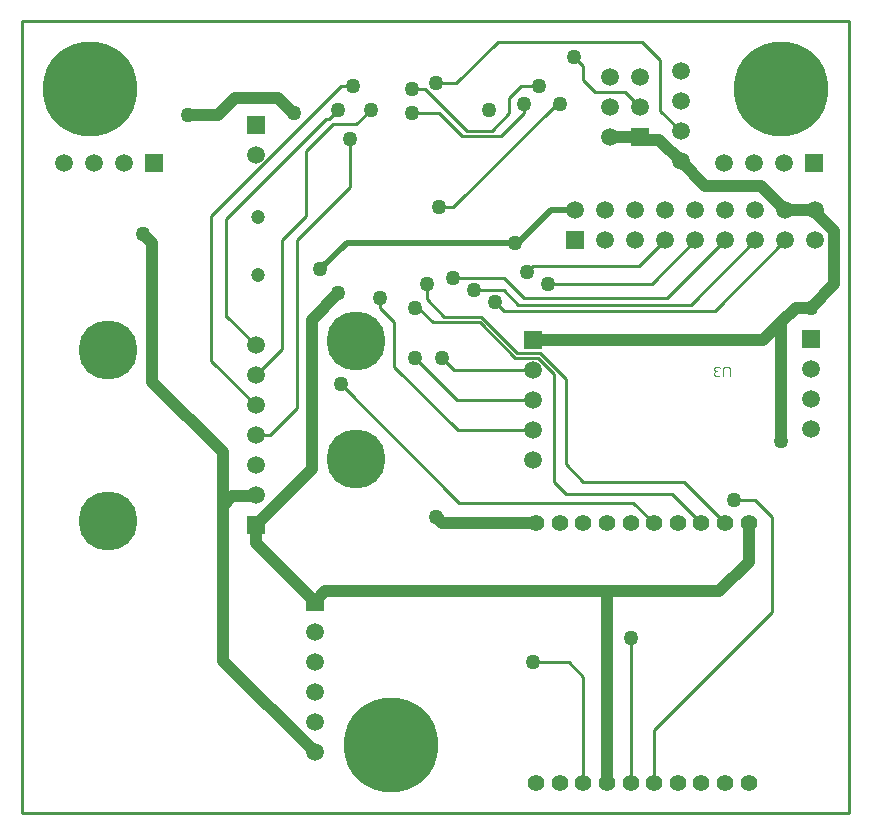
<source format=gbl>
G04*
G04 #@! TF.GenerationSoftware,Altium Limited,Altium Designer,19.1.8 (144)*
G04*
G04 Layer_Physical_Order=2*
G04 Layer_Color=16711680*
%FSLAX25Y25*%
%MOIN*%
G70*
G01*
G75*
%ADD13C,0.01000*%
%ADD14C,0.00394*%
%ADD51C,0.03937*%
%ADD53C,0.01968*%
%ADD56C,0.05906*%
%ADD57R,0.05906X0.05906*%
%ADD58R,0.05906X0.05906*%
%ADD59C,0.05512*%
%ADD60C,0.31496*%
%ADD61C,0.04724*%
%ADD62C,0.19685*%
%ADD63C,0.05000*%
D13*
X199961Y240158D02*
X204882Y235236D01*
X189961Y240158D02*
X199961D01*
X186024Y244094D02*
X189961Y240158D01*
X186024Y244094D02*
Y249016D01*
X183071Y251969D02*
X186024Y249016D01*
X142716Y201771D02*
X177165Y236221D01*
X178150D01*
X105315Y242126D02*
X109252D01*
X62008Y198819D02*
X105315Y242126D01*
X62008Y150591D02*
Y198819D01*
X101378Y231299D02*
X104331Y234252D01*
X100394Y231299D02*
X101378D01*
X66929Y197835D02*
X100394Y231299D01*
X66929Y165669D02*
Y197835D01*
X137795Y201771D02*
X142716D01*
X186024Y9843D02*
Y45276D01*
X181102Y50197D02*
X186024Y45276D01*
X169291Y50197D02*
X181102D01*
X201772Y9843D02*
Y58071D01*
X144685Y103347D02*
X202756D01*
X105315Y142717D02*
X144685Y103347D01*
X180118Y116142D02*
Y144648D01*
X171633Y153133D02*
X180118Y144648D01*
X151869Y165354D02*
X164090Y153133D01*
X139764Y165354D02*
X151869D01*
X164090Y153133D02*
X171633D01*
X176181Y110236D02*
Y146322D01*
X170970Y151533D02*
X176181Y146322D01*
X163427Y151533D02*
X170970D01*
X151575Y163386D02*
X163427Y151533D01*
X135827Y163386D02*
X151575D01*
X142874Y147480D02*
X169291D01*
X219488Y110236D02*
X233268Y96457D01*
X186024Y110236D02*
X219488D01*
X180118Y116142D02*
X186024Y110236D01*
X123031Y148622D02*
Y163386D01*
X118294Y168123D02*
X123031Y163386D01*
X118294Y168123D02*
Y171444D01*
X144016Y137480D02*
X169291D01*
X129921Y151575D02*
X144016Y137480D01*
X144173Y127480D02*
X169291D01*
X123031Y148622D02*
X144173Y127480D01*
X138779Y151575D02*
X142874Y147480D01*
X211614Y233937D02*
Y250984D01*
X205709Y256890D02*
X211614Y250984D01*
X157480Y256890D02*
X205709D01*
X143701Y243110D02*
X157480Y256890D01*
X211614Y233937D02*
X218504Y227047D01*
X214047Y171409D02*
X233425Y190787D01*
X166189Y171409D02*
X214047D01*
X130905Y168307D02*
X135827Y163386D01*
X133858Y171260D02*
X139764Y165354D01*
X164370Y169291D02*
X221929D01*
X159449Y174213D02*
X164370Y169291D01*
X149606Y174213D02*
X159449D01*
X159449Y178150D02*
X166189Y171409D01*
X142717Y178150D02*
X159449D01*
X204725Y182087D02*
X213425Y190787D01*
X169291Y182087D02*
X204725D01*
X167323Y180118D02*
X169291Y182087D01*
X174213Y176181D02*
X208819D01*
X223425Y190787D01*
X229961Y167323D02*
X253425Y190787D01*
X159449Y167323D02*
X229961D01*
X156496Y170276D02*
X159449Y167323D01*
X221929Y169291D02*
X243425Y190787D01*
X133858Y171260D02*
Y176181D01*
X129921Y168307D02*
X130905D01*
X180118Y106299D02*
X215551D01*
X225394Y96457D01*
X176181Y110236D02*
X180118Y106299D01*
X165354Y242126D02*
X171260D01*
X161417Y238189D02*
X165354Y242126D01*
X161417Y233268D02*
Y238189D01*
X155512Y227362D02*
X161417Y233268D01*
X166339D02*
Y236221D01*
X158465Y225394D02*
X166339Y233268D01*
X145669Y225394D02*
X158465D01*
X147203Y227362D02*
X155512D01*
X236221Y104331D02*
X243110D01*
X249016Y98425D01*
Y66929D02*
Y98425D01*
X209646Y27559D02*
X249016Y66929D01*
X202756Y103347D02*
X209646Y96457D01*
X133423Y241142D02*
X147203Y227362D01*
X128937Y241142D02*
X133423D01*
X137795Y233268D02*
X145669Y225394D01*
X128937Y233268D02*
X137795D01*
X136811Y243110D02*
X143701D01*
X108198Y208592D02*
Y224410D01*
X90551Y190945D02*
X108198Y208592D01*
X90551Y134843D02*
Y190945D01*
X93504Y198819D02*
Y220473D01*
X85630Y190945D02*
X93504Y198819D01*
X85630Y154685D02*
Y190945D01*
X66929Y165354D02*
Y165669D01*
X209646Y9843D02*
Y27559D01*
X62008Y150591D02*
X76772Y135827D01*
X102472Y229440D02*
X110346D01*
X93504Y220473D02*
X102472Y229440D01*
X110346D02*
X115157Y234252D01*
X66929Y165669D02*
X76772Y155827D01*
Y145827D02*
X85630Y154685D01*
X76772Y125827D02*
X81535D01*
X90551Y134843D01*
X-984Y0D02*
X0D01*
X-984Y263779D02*
X-984Y0D01*
X-984Y263779D02*
X274606D01*
Y0D02*
Y263779D01*
X0Y0D02*
X274606D01*
D14*
X234846Y145489D02*
Y148113D01*
X234322Y148638D01*
X233272D01*
X232747Y148113D01*
Y145489D01*
X231698Y146014D02*
X231173Y145489D01*
X230124D01*
X229599Y146014D01*
Y146539D01*
X230124Y147064D01*
X230648D01*
X230124D01*
X229599Y147588D01*
Y148113D01*
X230124Y148638D01*
X231173D01*
X231698Y148113D01*
D51*
X69033Y105450D02*
X76395D01*
X65945Y102362D02*
X69033Y105450D01*
X65945Y102362D02*
Y120079D01*
X42323Y143701D02*
X65945Y120079D01*
X69882Y238189D02*
X84358D01*
X64272Y232579D02*
X69882Y238189D01*
X54429Y232579D02*
X64272D01*
X84358Y238189D02*
X89279Y233268D01*
X89567D01*
X39370Y192913D02*
X42323Y189961D01*
Y143701D02*
Y189961D01*
X76395Y105450D02*
X76772Y105827D01*
X65945Y50709D02*
Y102024D01*
Y50709D02*
X96457Y20197D01*
X193898Y73819D02*
X231299D01*
X100079D02*
X193898D01*
Y70197D02*
Y73819D01*
X193898Y70197D02*
X193898Y70197D01*
X231299Y73819D02*
X241142Y83661D01*
X96457Y70197D02*
X100079Y73819D01*
X136811Y98425D02*
X137099D01*
X139067Y96457D01*
X170276D01*
X95472Y164370D02*
X104331Y173228D01*
X95472Y114528D02*
Y164370D01*
X76772Y95827D02*
X95472Y114528D01*
X246063Y157480D02*
X251969Y163386D01*
X169291Y157480D02*
X246063D01*
X193898Y9843D02*
Y70197D01*
X256890Y168307D02*
X261811D01*
X251969Y163386D02*
X256890Y168307D01*
X251969Y124016D02*
Y163386D01*
X241142Y83661D02*
Y96457D01*
X263425Y200255D02*
X269685Y193995D01*
Y176181D02*
Y193995D01*
X261811Y168307D02*
X269685Y176181D01*
X263425Y200255D02*
Y200787D01*
X253425D02*
X263425D01*
X245295Y208917D02*
X253425Y200787D01*
X226634Y208917D02*
X245295D01*
X218504Y217047D02*
X226634Y208917D01*
X211299Y224252D02*
X218504Y217047D01*
X205866Y224252D02*
X211299D01*
X204882Y225236D02*
X205866Y224252D01*
X194882Y225236D02*
X204882D01*
X76772Y89882D02*
X96457Y70197D01*
X76772Y89882D02*
Y95827D01*
D53*
X107283Y189961D02*
X163386D01*
X164370D01*
X175197Y200787D01*
X98425Y181102D02*
X107283Y189961D01*
X175197Y200787D02*
X183425D01*
D56*
X232795Y216535D02*
D03*
X242795D02*
D03*
X252795D02*
D03*
X12835D02*
D03*
X22835D02*
D03*
X32835D02*
D03*
X76772Y219331D02*
D03*
X263425Y200787D02*
D03*
Y190787D02*
D03*
X253425Y200787D02*
D03*
Y190787D02*
D03*
X243425Y200787D02*
D03*
Y190787D02*
D03*
X233425Y200787D02*
D03*
Y190787D02*
D03*
X223425Y200787D02*
D03*
Y190787D02*
D03*
X213425Y200787D02*
D03*
Y190787D02*
D03*
X203425Y200787D02*
D03*
Y190787D02*
D03*
X193425Y200787D02*
D03*
Y190787D02*
D03*
X183425Y200787D02*
D03*
X218504Y217047D02*
D03*
Y227047D02*
D03*
Y237047D02*
D03*
Y247047D02*
D03*
X96457Y60197D02*
D03*
Y50197D02*
D03*
Y40197D02*
D03*
Y30197D02*
D03*
Y20197D02*
D03*
X76772Y155827D02*
D03*
Y145827D02*
D03*
Y135827D02*
D03*
Y125827D02*
D03*
Y105827D02*
D03*
Y115827D02*
D03*
X169291Y147480D02*
D03*
Y137480D02*
D03*
Y127480D02*
D03*
Y117480D02*
D03*
X194882Y245236D02*
D03*
X204882D02*
D03*
X194882Y235236D02*
D03*
X204882D02*
D03*
X194882Y225236D02*
D03*
X261811Y147795D02*
D03*
Y137795D02*
D03*
Y127795D02*
D03*
D57*
X262795Y216535D02*
D03*
X42835D02*
D03*
X183425Y190787D02*
D03*
D58*
X76772Y229331D02*
D03*
X96457Y70197D02*
D03*
X76772Y95827D02*
D03*
X169291Y157480D02*
D03*
X204882Y225236D02*
D03*
X261811Y157795D02*
D03*
D59*
X241142Y9843D02*
D03*
X233268D02*
D03*
X225394D02*
D03*
X217520D02*
D03*
X209646D02*
D03*
X201772D02*
D03*
X193898D02*
D03*
X186024D02*
D03*
X178150D02*
D03*
X170276D02*
D03*
Y96457D02*
D03*
X178150D02*
D03*
X186024D02*
D03*
X193898D02*
D03*
X201772D02*
D03*
X209646D02*
D03*
X217520D02*
D03*
X225394D02*
D03*
X233268D02*
D03*
X241142D02*
D03*
D60*
X122047Y22638D02*
D03*
X251969Y241142D02*
D03*
X21654D02*
D03*
D61*
X77756Y179370D02*
D03*
Y198583D02*
D03*
D62*
X27559Y154213D02*
D03*
Y97126D02*
D03*
X110236Y157323D02*
D03*
Y117953D02*
D03*
D63*
X178150Y236221D02*
D03*
X163386Y189961D02*
D03*
X183071Y251969D02*
D03*
X137795Y201771D02*
D03*
X39370Y192913D02*
D03*
X169291Y50197D02*
D03*
X201772Y58071D02*
D03*
X136811Y98425D02*
D03*
X105315Y142717D02*
D03*
X251969Y124016D02*
D03*
X129921Y151575D02*
D03*
X138779D02*
D03*
X174213Y176181D02*
D03*
X167323Y180118D02*
D03*
X149606Y174213D02*
D03*
X142717Y178150D02*
D03*
X133858Y176181D02*
D03*
X129921Y168307D02*
D03*
X156496Y170276D02*
D03*
X171260Y242126D02*
D03*
X166339Y236221D02*
D03*
X236221Y104331D02*
D03*
X261811Y168307D02*
D03*
X154528Y234252D02*
D03*
X136811Y243110D02*
D03*
X128937Y241142D02*
D03*
Y233268D02*
D03*
X104331Y173228D02*
D03*
X98425Y181102D02*
D03*
X89567Y233268D02*
D03*
X54429Y232579D02*
D03*
X104331Y234252D02*
D03*
X109252Y242126D02*
D03*
X115157Y234252D02*
D03*
X108198Y224410D02*
D03*
X118294Y171444D02*
D03*
M02*

</source>
